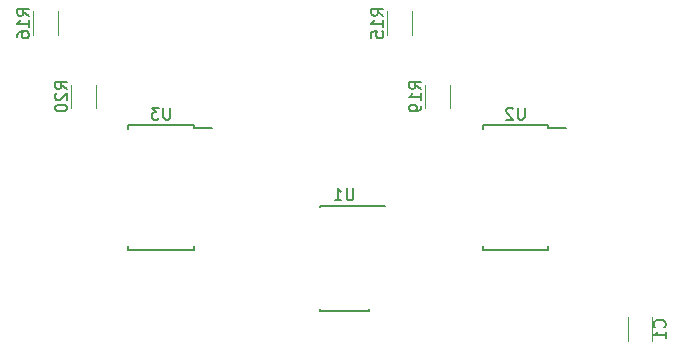
<source format=gbo>
G04 #@! TF.GenerationSoftware,KiCad,Pcbnew,(5.0.0-rc2-dev-756-g45dad4ded)*
G04 #@! TF.CreationDate,2018-06-12T00:49:02-07:00*
G04 #@! TF.ProjectId,Mod-IN2-Nix-Dis,4D6F642D494E322D4E69782D4469732E,rev?*
G04 #@! TF.SameCoordinates,Original*
G04 #@! TF.FileFunction,Legend,Bot*
G04 #@! TF.FilePolarity,Positive*
%FSLAX46Y46*%
G04 Gerber Fmt 4.6, Leading zero omitted, Abs format (unit mm)*
G04 Created by KiCad (PCBNEW (5.0.0-rc2-dev-756-g45dad4ded)) date 06/12/18 00:49:02*
%MOMM*%
%LPD*%
G01*
G04 APERTURE LIST*
%ADD10C,0.120000*%
%ADD11C,0.150000*%
G04 APERTURE END LIST*
D10*
G04 #@! TO.C,C1*
X181020000Y-117000000D02*
X181020000Y-119000000D01*
X178980000Y-119000000D02*
X178980000Y-117000000D01*
G04 #@! TO.C,R15*
X160770000Y-93100000D02*
X160770000Y-91100000D01*
X158630000Y-91100000D02*
X158630000Y-93100000D01*
G04 #@! TO.C,R16*
X130770000Y-93100000D02*
X130770000Y-91100000D01*
X128630000Y-91100000D02*
X128630000Y-93100000D01*
G04 #@! TO.C,R19*
X163970000Y-99300000D02*
X163970000Y-97300000D01*
X161830000Y-97300000D02*
X161830000Y-99300000D01*
G04 #@! TO.C,R20*
X133970000Y-99300000D02*
X133970000Y-97300000D01*
X131830000Y-97300000D02*
X131830000Y-99300000D01*
D11*
G04 #@! TO.C,U1*
X157075000Y-107550000D02*
X157075000Y-107575000D01*
X152925000Y-107550000D02*
X152925000Y-107665000D01*
X152925000Y-116450000D02*
X152925000Y-116335000D01*
X157075000Y-116450000D02*
X157075000Y-116335000D01*
X157075000Y-107550000D02*
X152925000Y-107550000D01*
X157075000Y-116450000D02*
X152925000Y-116450000D01*
X157075000Y-107575000D02*
X158450000Y-107575000D01*
G04 #@! TO.C,U2*
X172275000Y-100725000D02*
X172275000Y-101000000D01*
X166725000Y-100725000D02*
X166725000Y-101080000D01*
X166725000Y-111275000D02*
X166725000Y-110920000D01*
X172275000Y-111275000D02*
X172275000Y-110920000D01*
X172275000Y-100725000D02*
X166725000Y-100725000D01*
X172275000Y-111275000D02*
X166725000Y-111275000D01*
X172275000Y-101000000D02*
X173800000Y-101000000D01*
G04 #@! TO.C,U3*
X142275000Y-100725000D02*
X142275000Y-101000000D01*
X136725000Y-100725000D02*
X136725000Y-101080000D01*
X136725000Y-111275000D02*
X136725000Y-110920000D01*
X142275000Y-111275000D02*
X142275000Y-110920000D01*
X142275000Y-100725000D02*
X136725000Y-100725000D01*
X142275000Y-111275000D02*
X136725000Y-111275000D01*
X142275000Y-101000000D02*
X143800000Y-101000000D01*
G04 #@! TO.C,C1*
X182107142Y-117833333D02*
X182154761Y-117785714D01*
X182202380Y-117642857D01*
X182202380Y-117547619D01*
X182154761Y-117404761D01*
X182059523Y-117309523D01*
X181964285Y-117261904D01*
X181773809Y-117214285D01*
X181630952Y-117214285D01*
X181440476Y-117261904D01*
X181345238Y-117309523D01*
X181250000Y-117404761D01*
X181202380Y-117547619D01*
X181202380Y-117642857D01*
X181250000Y-117785714D01*
X181297619Y-117833333D01*
X182202380Y-118785714D02*
X182202380Y-118214285D01*
X182202380Y-118500000D02*
X181202380Y-118500000D01*
X181345238Y-118404761D01*
X181440476Y-118309523D01*
X181488095Y-118214285D01*
G04 #@! TO.C,R15*
X158302380Y-91457142D02*
X157826190Y-91123809D01*
X158302380Y-90885714D02*
X157302380Y-90885714D01*
X157302380Y-91266666D01*
X157350000Y-91361904D01*
X157397619Y-91409523D01*
X157492857Y-91457142D01*
X157635714Y-91457142D01*
X157730952Y-91409523D01*
X157778571Y-91361904D01*
X157826190Y-91266666D01*
X157826190Y-90885714D01*
X158302380Y-92409523D02*
X158302380Y-91838095D01*
X158302380Y-92123809D02*
X157302380Y-92123809D01*
X157445238Y-92028571D01*
X157540476Y-91933333D01*
X157588095Y-91838095D01*
X157302380Y-93314285D02*
X157302380Y-92838095D01*
X157778571Y-92790476D01*
X157730952Y-92838095D01*
X157683333Y-92933333D01*
X157683333Y-93171428D01*
X157730952Y-93266666D01*
X157778571Y-93314285D01*
X157873809Y-93361904D01*
X158111904Y-93361904D01*
X158207142Y-93314285D01*
X158254761Y-93266666D01*
X158302380Y-93171428D01*
X158302380Y-92933333D01*
X158254761Y-92838095D01*
X158207142Y-92790476D01*
G04 #@! TO.C,R16*
X128302380Y-91457142D02*
X127826190Y-91123809D01*
X128302380Y-90885714D02*
X127302380Y-90885714D01*
X127302380Y-91266666D01*
X127350000Y-91361904D01*
X127397619Y-91409523D01*
X127492857Y-91457142D01*
X127635714Y-91457142D01*
X127730952Y-91409523D01*
X127778571Y-91361904D01*
X127826190Y-91266666D01*
X127826190Y-90885714D01*
X128302380Y-92409523D02*
X128302380Y-91838095D01*
X128302380Y-92123809D02*
X127302380Y-92123809D01*
X127445238Y-92028571D01*
X127540476Y-91933333D01*
X127588095Y-91838095D01*
X127302380Y-93266666D02*
X127302380Y-93076190D01*
X127350000Y-92980952D01*
X127397619Y-92933333D01*
X127540476Y-92838095D01*
X127730952Y-92790476D01*
X128111904Y-92790476D01*
X128207142Y-92838095D01*
X128254761Y-92885714D01*
X128302380Y-92980952D01*
X128302380Y-93171428D01*
X128254761Y-93266666D01*
X128207142Y-93314285D01*
X128111904Y-93361904D01*
X127873809Y-93361904D01*
X127778571Y-93314285D01*
X127730952Y-93266666D01*
X127683333Y-93171428D01*
X127683333Y-92980952D01*
X127730952Y-92885714D01*
X127778571Y-92838095D01*
X127873809Y-92790476D01*
G04 #@! TO.C,R19*
X161502380Y-97657142D02*
X161026190Y-97323809D01*
X161502380Y-97085714D02*
X160502380Y-97085714D01*
X160502380Y-97466666D01*
X160550000Y-97561904D01*
X160597619Y-97609523D01*
X160692857Y-97657142D01*
X160835714Y-97657142D01*
X160930952Y-97609523D01*
X160978571Y-97561904D01*
X161026190Y-97466666D01*
X161026190Y-97085714D01*
X161502380Y-98609523D02*
X161502380Y-98038095D01*
X161502380Y-98323809D02*
X160502380Y-98323809D01*
X160645238Y-98228571D01*
X160740476Y-98133333D01*
X160788095Y-98038095D01*
X161502380Y-99085714D02*
X161502380Y-99276190D01*
X161454761Y-99371428D01*
X161407142Y-99419047D01*
X161264285Y-99514285D01*
X161073809Y-99561904D01*
X160692857Y-99561904D01*
X160597619Y-99514285D01*
X160550000Y-99466666D01*
X160502380Y-99371428D01*
X160502380Y-99180952D01*
X160550000Y-99085714D01*
X160597619Y-99038095D01*
X160692857Y-98990476D01*
X160930952Y-98990476D01*
X161026190Y-99038095D01*
X161073809Y-99085714D01*
X161121428Y-99180952D01*
X161121428Y-99371428D01*
X161073809Y-99466666D01*
X161026190Y-99514285D01*
X160930952Y-99561904D01*
G04 #@! TO.C,R20*
X131502380Y-97657142D02*
X131026190Y-97323809D01*
X131502380Y-97085714D02*
X130502380Y-97085714D01*
X130502380Y-97466666D01*
X130550000Y-97561904D01*
X130597619Y-97609523D01*
X130692857Y-97657142D01*
X130835714Y-97657142D01*
X130930952Y-97609523D01*
X130978571Y-97561904D01*
X131026190Y-97466666D01*
X131026190Y-97085714D01*
X130597619Y-98038095D02*
X130550000Y-98085714D01*
X130502380Y-98180952D01*
X130502380Y-98419047D01*
X130550000Y-98514285D01*
X130597619Y-98561904D01*
X130692857Y-98609523D01*
X130788095Y-98609523D01*
X130930952Y-98561904D01*
X131502380Y-97990476D01*
X131502380Y-98609523D01*
X130502380Y-99228571D02*
X130502380Y-99323809D01*
X130550000Y-99419047D01*
X130597619Y-99466666D01*
X130692857Y-99514285D01*
X130883333Y-99561904D01*
X131121428Y-99561904D01*
X131311904Y-99514285D01*
X131407142Y-99466666D01*
X131454761Y-99419047D01*
X131502380Y-99323809D01*
X131502380Y-99228571D01*
X131454761Y-99133333D01*
X131407142Y-99085714D01*
X131311904Y-99038095D01*
X131121428Y-98990476D01*
X130883333Y-98990476D01*
X130692857Y-99038095D01*
X130597619Y-99085714D01*
X130550000Y-99133333D01*
X130502380Y-99228571D01*
G04 #@! TO.C,U1*
X155761904Y-106077380D02*
X155761904Y-106886904D01*
X155714285Y-106982142D01*
X155666666Y-107029761D01*
X155571428Y-107077380D01*
X155380952Y-107077380D01*
X155285714Y-107029761D01*
X155238095Y-106982142D01*
X155190476Y-106886904D01*
X155190476Y-106077380D01*
X154190476Y-107077380D02*
X154761904Y-107077380D01*
X154476190Y-107077380D02*
X154476190Y-106077380D01*
X154571428Y-106220238D01*
X154666666Y-106315476D01*
X154761904Y-106363095D01*
G04 #@! TO.C,U2*
X170261904Y-99252380D02*
X170261904Y-100061904D01*
X170214285Y-100157142D01*
X170166666Y-100204761D01*
X170071428Y-100252380D01*
X169880952Y-100252380D01*
X169785714Y-100204761D01*
X169738095Y-100157142D01*
X169690476Y-100061904D01*
X169690476Y-99252380D01*
X169261904Y-99347619D02*
X169214285Y-99300000D01*
X169119047Y-99252380D01*
X168880952Y-99252380D01*
X168785714Y-99300000D01*
X168738095Y-99347619D01*
X168690476Y-99442857D01*
X168690476Y-99538095D01*
X168738095Y-99680952D01*
X169309523Y-100252380D01*
X168690476Y-100252380D01*
G04 #@! TO.C,U3*
X140261904Y-99252380D02*
X140261904Y-100061904D01*
X140214285Y-100157142D01*
X140166666Y-100204761D01*
X140071428Y-100252380D01*
X139880952Y-100252380D01*
X139785714Y-100204761D01*
X139738095Y-100157142D01*
X139690476Y-100061904D01*
X139690476Y-99252380D01*
X139309523Y-99252380D02*
X138690476Y-99252380D01*
X139023809Y-99633333D01*
X138880952Y-99633333D01*
X138785714Y-99680952D01*
X138738095Y-99728571D01*
X138690476Y-99823809D01*
X138690476Y-100061904D01*
X138738095Y-100157142D01*
X138785714Y-100204761D01*
X138880952Y-100252380D01*
X139166666Y-100252380D01*
X139261904Y-100204761D01*
X139309523Y-100157142D01*
G04 #@! TD*
M02*

</source>
